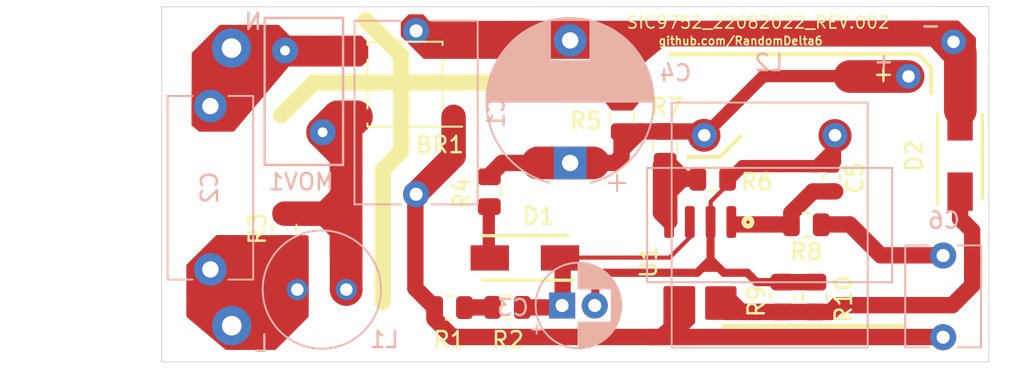
<source format=kicad_pcb>
(kicad_pcb (version 20221018) (generator pcbnew)
  (layers (0 "F.Cu" signal) (31 "B.Cu" signal) (34 "B.Paste" user) (35 "F.Paste" user) (36 "B.SilkS" user "B.Silkscreen") (37 "F.SilkS" user "F.Silkscreen") (38 "B.Mask" user) (39 "F.Mask" user) (44 "Edge.Cuts" user))
  (net 0 "")
  (net 1 "Net-(BR1-Pad4)")
  (net 2 "Net-(BR1-Pad3)")
  (net 3 "+ve_Rail")
  (net 4 "Net-(D1-K)")
  (net 5 "Net-(U1-GND)")
  (net 6 "Net-(U1-COMP)")
  (net 7 "Net-(D1-A)")
  (net 8 "Net-(C2-Pad1)")
  (net 9 "Net-(D2-K)")
  (net 10 "Net-(C6-Pad1)")
  (net 11 "Net-(R1-Pad2)")
  (net 12 "GNDS")
  (net 13 "+ve_output")
  (net 14 "Net-(U1-FB)")
  (footprint "Diode_SMD:Diode_Bridge_Diotec_ABS" (layer "F.Cu") (at 67.7672 55.5498 180)
    (fp_text reference "BR1" (at -2.1336 -3.7084) (layer "F.SilkS"))
    (fp_text value "D_Bridge_+-AA")
    (pad "1" smd rect (at -2.975 -2 180) (size 1 0.7) (layers "F.Cu" "F.Paste" "F.Mask") (net 3 "+ve_Rail"))
    (pad "2" smd rect (at -2.975 2 180) (size 1 0.7) (layers "F.Cu" "F.Paste" "F.Mask") (net 12 "GNDS"))
    (pad "3" smd rect (at 2.975 2 180) (size 1 0.7) (layers "F.Cu" "F.Paste" "F.Mask") (net 2 "Net-(BR1-Pad3)"))
    (pad "4" smd rect (at 2.975 -2 180) (size 1 0.7) (layers "F.Cu" "F.Paste" "F.Mask") (net 1 "Net-(BR1-Pad4)"))
  )
  (footprint "Resistor_SMD:R_0805_2012Metric" (layer "F.Cu") (at 60.3885 64.389 90)
    (fp_text reference "R3" (at 0 -1.65 90) (layer "F.SilkS"))
    (fp_text value "47K")
    (pad "1" smd roundrect (at -0.9125 0 90) (size 1.025 1.4) (layers "F.Cu" "F.Paste" "F.Mask") (roundrect_rratio 0.243902) (net 8 "Net-(C2-Pad1)"))
    (pad "2" smd roundrect (at 0.9125 0 90) (size 1.025 1.4) (layers "F.Cu" "F.Paste" "F.Mask") (roundrect_rratio 0.243902) (net 1 "Net-(BR1-Pad4)"))
  )
  (footprint "Capacitor_SMD:C_0603_1608Metric" (layer "F.Cu") (at 93.88348 61.2902 -90)
    (fp_text reference "C5" (at 0 -1.43 90) (layer "F.SilkS"))
    (fp_text value "220nF 50V")
    (pad "1" smd roundrect (at -0.775 0 270) (size 0.9 0.95) (layers "F.Cu" "F.Paste" "F.Mask") (net 5 "Net-(U1-GND)"))
    (pad "2" smd roundrect (at 0.775 0 270) (size 0.9 0.95) (layers "F.Cu" "F.Paste" "F.Mask") (net 6 "Net-(U1-COMP)"))
  )
  (footprint "9W LED driver:DIOM5227X250N" (layer "F.Cu") (at 75.1078 66.18732 180)
    (fp_text reference "D1" (at -0.8382 2.56032) (layer "F.SilkS"))
    (fp_text value "D ES1J" hide)
    (pad "1" smd rect (at -2.15 0 270) (size 1.55 2.35) (layers "F.Cu" "F.Paste" "F.Mask") (net 4 "Net-(D1-K)"))
    (pad "2" smd rect (at 2.15 0 270) (size 1.55 2.35) (layers "F.Cu" "F.Paste" "F.Mask") (net 7 "Net-(D1-A)"))
  )
  (footprint "9W LED driver:DIOM5227X250N" (layer "F.Cu") (at 101.74986 59.97586 90)
    (fp_text reference "D2" (at 0.03186 -2.81686 90) (layer "F.SilkS"))
    (fp_text value "D ES1J" hide)
    (pad "1" smd rect (at -2.15 0 180) (size 1.55 2.35) (layers "F.Cu" "F.Paste" "F.Mask") (net 9 "Net-(D2-K)"))
    (pad "2" smd rect (at 2.15 0 180) (size 1.55 2.35) (layers "F.Cu" "F.Paste" "F.Mask") (net 12 "GNDS"))
  )
  (footprint "9W LED driver:Pad" (layer "F.Cu") (at 98.59264 55.07228)
    (fp_text reference "+" (at -1.53416 -0.16764) (layer "F.SilkS"))
    (fp_text value "+ve Output")
    (pad "1" thru_hole circle (at 0 0) (size 1.524 1.524) (drill 0.762) (layers "*.Cu" "F.Paste" "F.Mask") (net 13 "+ve_output"))
  )
  (footprint "9W LED driver:Pad" (layer "F.Cu") (at 101.346 52.959)
    (fp_text reference "-" (at -1.39446 -1.60528) (layer "F.SilkS") (effects (justify top)))
    (fp_text value "-ve Output")
    (pad "1" thru_hole circle (at 0 0) (size 1.524 1.524) (drill 0.762) (layers "*.Cu" "F.Paste" "F.Mask") (net 12 "GNDS"))
  )
  (footprint "Resistor_SMD:R_0805_2012Metric" (layer "F.Cu") (at 70.4958 69.2277)
    (fp_text reference "R1" (at -0.0108 1.97866) (layer "F.SilkS"))
    (fp_text value "330K")
    (pad "1" smd roundrect (at -0.9125 0) (size 1.025 1.4) (layers "F.Cu" "F.Paste" "F.Mask") (roundrect_rratio 0.243902) (net 3 "+ve_Rail"))
    (pad "2" smd roundrect (at 0.9125 0) (size 1.025 1.4) (layers "F.Cu" "F.Paste" "F.Mask") (roundrect_rratio 0.243902) (net 11 "Net-(R1-Pad2)"))
  )
  (footprint "Resistor_SMD:R_0805_2012Metric" (layer "F.Cu") (at 74.041 69.215)
    (fp_text reference "R2" (at 0.03556 1.99644) (layer "F.SilkS"))
    (fp_text value "330K")
    (pad "1" smd roundrect (at -0.9125 0) (size 1.025 1.4) (layers "F.Cu" "F.Paste" "F.Mask") (roundrect_rratio 0.243902) (net 11 "Net-(R1-Pad2)"))
    (pad "2" smd roundrect (at 0.9125 0) (size 1.025 1.4) (layers "F.Cu" "F.Paste" "F.Mask") (roundrect_rratio 0.243902) (net 4 "Net-(D1-K)"))
  )
  (footprint "Resistor_SMD:R_0805_2012Metric" (layer "F.Cu") (at 72.92848 62.13158 -90)
    (fp_text reference "R4" (at 0.09842 1.68148 90) (layer "F.SilkS"))
    (fp_text value "24K")
    (pad "1" smd roundrect (at -0.9125 0 270) (size 1.025 1.4) (layers "F.Cu" "F.Paste" "F.Mask") (roundrect_rratio 0.243902) (net 13 "+ve_output"))
    (pad "2" smd roundrect (at 0.9125 0 270) (size 1.025 1.4) (layers "F.Cu" "F.Paste" "F.Mask") (roundrect_rratio 0.243902) (net 7 "Net-(D1-A)"))
  )
  (footprint "Resistor_SMD:R_0805_2012Metric" (layer "F.Cu") (at 81.07172 57.54434 90)
    (fp_text reference "R5" (at -0.26606 -2.2352 180) (layer "F.SilkS"))
    (fp_text value "150K")
    (pad "1" smd roundrect (at -0.9125 0 90) (size 1.025 1.4) (layers "F.Cu" "F.Paste" "F.Mask") (roundrect_rratio 0.243902) (net 13 "+ve_output"))
    (pad "2" smd roundrect (at 0.9125 0 90) (size 1.025 1.4) (layers "F.Cu" "F.Paste" "F.Mask") (roundrect_rratio 0.243902) (net 12 "GNDS"))
  )
  (footprint "Resistor_SMD:R_0805_2012Metric" (layer "F.Cu") (at 86.60574 61.37148)
    (fp_text reference "R6" (at 2.70066 0.16256) (layer "F.SilkS"))
    (fp_text value "150K")
    (pad "1" smd roundrect (at -0.9125 0) (size 1.025 1.4) (layers "F.Cu" "F.Paste" "F.Mask") (roundrect_rratio 0.243902) (net 14 "Net-(U1-FB)"))
    (pad "2" smd roundrect (at 0.9125 0) (size 1.025 1.4) (layers "F.Cu" "F.Paste" "F.Mask") (roundrect_rratio 0.243902) (net 5 "Net-(U1-GND)"))
  )
  (footprint "Resistor_SMD:R_0805_2012Metric" (layer "F.Cu") (at 83.69554 59.35536 90)
    (fp_text reference "R7" (at 2.43396 0.0889 180) (layer "F.SilkS"))
    (fp_text value "210")
    (pad "1" smd roundrect (at -0.9125 0 90) (size 1.025 1.4) (layers "F.Cu" "F.Paste" "F.Mask") (roundrect_rratio 0.243902) (net 14 "Net-(U1-FB)"))
    (pad "2" smd roundrect (at 0.9125 0 90) (size 1.025 1.4) (layers "F.Cu" "F.Paste" "F.Mask") (roundrect_rratio 0.243902) (net 13 "+ve_output"))
  )
  (footprint "Resistor_SMD:R_0805_2012Metric" (layer "F.Cu") (at 92.33726 64.15532 180)
    (fp_text reference "R8" (at 0 -1.65) (layer "F.SilkS"))
    (fp_text value "")
    (pad "1" smd roundrect (at -0.9125 0 180) (size 1.025 1.4) (layers "F.Cu" "F.Paste" "F.Mask") (roundrect_rratio 0.243902) (net 10 "Net-(C6-Pad1)"))
    (pad "2" smd roundrect (at 0.9125 0 180) (size 1.025 1.4) (layers "F.Cu" "F.Paste" "F.Mask") (roundrect_rratio 0.243902) (net 6 "Net-(U1-COMP)"))
  )
  (footprint "Resistor_SMD:R_0805_2012Metric" (layer "F.Cu") (at 90.8812 68.5781 90)
    (fp_text reference "R9" (at -0.2559 -1.6002 270) (layer "F.SilkS"))
    (fp_text value "3.3")
    (pad "1" smd roundrect (at -0.9125 0 90) (size 1.025 1.4) (layers "F.Cu" "F.Paste" "F.Mask") (roundrect_rratio 0.243902) (net 9 "Net-(D2-K)"))
    (pad "2" smd roundrect (at 0.9125 0 90) (size 1.025 1.4) (layers "F.Cu" "F.Paste" "F.Mask") (roundrect_rratio 0.243902) (net 5 "Net-(U1-GND)"))
  )
  (footprint "Resistor_SMD:R_0805_2012Metric" (layer "F.Cu") (at 92.8624 68.58 90)
    (fp_text reference "R10" (at -0.127 1.7526 270) (layer "F.SilkS"))
    (fp_text value "3.3")
    (pad "1" smd roundrect (at -0.9125 0 90) (size 1.025 1.4) (layers "F.Cu" "F.Paste" "F.Mask") (roundrect_rratio 0.243902) (net 9 "Net-(D2-K)"))
    (pad "2" smd roundrect (at 0.9125 0 90) (size 1.025 1.4) (layers "F.Cu" "F.Paste" "F.Mask") (roundrect_rratio 0.243902) (net 5 "Net-(U1-GND)"))
  )
  (footprint "Package_SO:SOIC-8_3.9x4.9mm_P1.27mm" (layer "F.Cu") (at 85.8393 66.4606 -90)
    (fp_text reference "U1" (at -0.0396 3.1623 90) (layer "F.SilkS"))
    (fp_text value "Sic9752")
    (pad "1" smd roundrect (at -2.475 -1.905 270) (size 1.95 0.6) (layers "F.Cu" "F.Paste" "F.Mask") (net 6 "Net-(U1-COMP)"))
    (pad "2" smd roundrect (at -2.475 -0.635 270) (size 1.95 0.6) (layers "F.Cu" "F.Paste" "F.Mask") (net 5 "Net-(U1-GND)"))
    (pad "3" smd roundrect (at -2.475 0.635 270) (size 1.95 0.6) (layers "F.Cu" "F.Paste" "F.Mask") (net 4 "Net-(D1-K)"))
    (pad "4" smd roundrect (at -2.475 1.905 270) (size 1.95 0.6) (layers "F.Cu" "F.Paste" "F.Mask") (net 14 "Net-(U1-FB)"))
    (pad "5" smd roundrect (at 2.475 1.905 270) (size 1.95 0.6) (layers "F.Cu" "F.Paste" "F.Mask") (net 3 "+ve_Rail"))
    (pad "6" smd roundrect (at 2.475 0.635 270) (size 1.95 0.6) (layers "F.Cu" "F.Paste" "F.Mask") (net 3 "+ve_Rail"))
    (pad "7" smd roundrect (at 2.475 -0.635 270) (size 1.95 0.6) (layers "F.Cu" "F.Paste" "F.Mask") (net 9 "Net-(D2-K)"))
    (pad "8" smd roundrect (at 2.475 -1.905 270) (size 1.95 0.6) (layers "F.Cu" "F.Paste" "F.Mask") (net 9 "Net-(D2-K)"))
  )
  (footprint "Capacitor_THT:C_Disc_D11.0mm_W5.0mm_P10.00mm" (layer "B.Cu") (at 55.8546 66.8909 90)
    (fp_text reference "C2" (at 5.0165 -0.0508 270) (layer "B.SilkS") (effects (justify mirror)))
    (fp_text value "0.01uF 400V")
    (pad "1" thru_hole circle (at 0 0 90) (size 2 2) (drill 1) (layers "*.Cu" "F.Paste" "F.Mask") (net 8 "Net-(C2-Pad1)"))
    (pad "2" thru_hole circle (at 10 0 90) (size 2 2) (drill 1) (layers "*.Cu" "F.Paste" "F.Mask") (net 2 "Net-(BR1-Pad3)"))
  )
  (footprint "Resistor_THT:R_Axial_DIN0411_L9.9mm_D3.6mm_P12.70mm_Horizontal" (layer "B.Cu") (at 57.15 53.34 180)
    (fp_text reference "F2")
    (fp_text value "56.00 ± 5%")
    (pad "1" thru_hole circle (at 0 0 180) (size 2.4 2.4) (drill 1.2) (layers "*.Cu" "F.Paste" "F.Mask") (net 2 "Net-(BR1-Pad3)"))
  )
  (footprint "Resistor_THT:R_Axial_DIN0411_L9.9mm_D3.6mm_P12.70mm_Horizontal" (layer "B.Cu") (at 57.1627 70.3326 180)
    (fp_text reference "F1")
    (fp_text value "56.00 ± 5%")
    (pad "1" thru_hole circle (at 0 0 180) (size 2.4 2.4) (drill 1.2) (layers "*.Cu" "F.Paste" "F.Mask") (net 8 "Net-(C2-Pad1)"))
  )
  (footprint "Inductor_THT:L_Radial_D7.0mm_P3.00mm" (layer "B.Cu") (at 61.1759 68.1228)
    (fp_text reference "L1" (at 5.3213 3.0607) (layer "B.SilkS") (effects (justify mirror)))
    (fp_text value "7mH")
    (pad "1" thru_hole circle (at 0 0) (size 1.3 1.3) (drill 0.762) (layers "*.Cu" "B.Adhes" "F.Paste" "F.Mask") (net 8 "Net-(C2-Pad1)"))
    (pad "2" thru_hole circle (at 3 0) (size 1.3 1.3) (drill 0.762) (layers "*.Cu" "F.Paste" "F.Mask") (net 1 "Net-(BR1-Pad4)"))
  )
  (footprint "Varistor:RV_Disc_D9mm_W4.8mm_P5mm" (layer "B.Cu") (at 60.4266 53.4924 -90)
    (fp_text reference "MOV1" (at 8.0391 -0.9779) (layer "B.SilkS") (effects (justify mirror)))
    (fp_text value "320V 100pF")
    (pad "1" thru_hole circle (at 0 0 270) (size 1.6 1.6) (drill 0.6) (layers "*.Cu" "F.Paste" "F.Mask") (net 2 "Net-(BR1-Pad3)"))
    (pad "2" thru_hole circle (at 5 -2.3 270) (size 1.6 1.6) (drill 0.6) (layers "*.Cu" "F.Paste" "F.Mask") (net 1 "Net-(BR1-Pad4)"))
  )
  (footprint "Capacitor_THT:C_Rect_L11.0mm_W7.3mm_P10.00mm_MKT" (layer "B.Cu") (at 68.44792 62.28842 90)
    (fp_text reference "C1" (at 5 4.9 90) (layer "B.SilkS") (effects (justify mirror)))
    (fp_text value "3.3uF 400V")
    (pad "1" thru_hole circle (at 0 0 90) (size 1.6 1.6) (drill 0.8) (layers "*.Cu" "F.Paste" "F.Mask") (net 3 "+ve_Rail"))
    (pad "2" thru_hole circle (at 10 0 90) (size 1.6 1.6) (drill 0.8) (layers "*.Cu" "F.Paste" "F.Mask") (net 12 "GNDS"))
  )
  (footprint "Capacitor_THT:CP_Radial_D5.0mm_P2.00mm" (layer "B.Cu") (at 77.38516 69.09816)
    (fp_text reference "C3" (at -3.01142 0.13208) (layer "B.SilkS") (effects (justify mirror)))
    (fp_text value "4.7uF 50V")
    (pad "1" thru_hole rect (at 0 0) (size 1.6 1.6) (drill 0.8) (layers "*.Cu" "F.Paste" "F.Mask") (net 4 "Net-(D1-K)"))
    (pad "2" thru_hole circle (at 2 0) (size 1.6 1.6) (drill 0.8) (layers "*.Cu" "F.Paste" "F.Mask") (net 5 "Net-(U1-GND)"))
  )
  (footprint "Capacitor_THT:CP_Radial_D10.0mm_P7.50mm" (layer "B.Cu") (at 77.87894 60.37072 90)
    (fp_text reference "C4" (at 5.50672 6.44906 180) (layer "B.SilkS") (effects (justify mirror)))
    (fp_text value "82uF 80V")
    (pad "1" thru_hole rect (at 0 0 90) (size 2 2) (drill 1) (layers "*.Cu" "F.Paste" "F.Mask") (net 13 "+ve_output"))
    (pad "2" thru_hole circle (at 7.5 0 90) (size 2 2) (drill 1) (layers "*.Cu" "F.Paste" "F.Mask") (net 12 "GNDS"))
  )
  (footprint "Capacitor_THT:C_Disc_D6.0mm_W4.4mm_P5.00mm" (layer "B.Cu") (at 100.711 66.04 -90)
    (fp_text reference "C6" (at -2.159 -0.06096) (layer "B.SilkS") (effects (justify mirror)))
    (fp_text value "~")
    (pad "1" thru_hole circle (at 0 0 270) (size 1.6 1.6) (drill 0.8) (layers "*.Cu" "F.Paste" "F.Mask") (net 10 "Net-(C6-Pad1)"))
    (pad "2" thru_hole circle (at 5 0 270) (size 1.6 1.6) (drill 0.8) (layers "*.Cu" "F.Paste" "F.Mask") (net 3 "+ve_Rail"))
  )
  (footprint "9W LED driver:Inductor_Transformer" (layer "B.Cu") (at 90.0933 64.174)
    (fp_text reference "L2" (at -0.0503 -9.945) (layer "B.SilkS") (effects (justify mirror)))
    (fp_text value "2.1mH")
    (pad "1" thru_hole circle (at -4 -5.5) (size 1.524 1.524) (drill 0.762) (layers "*.Cu" "F.Paste" "F.Mask") (net 13 "+ve_output"))
    (pad "2" thru_hole circle (at 4 -5.5) (size 1.524 1.524) (drill 0.762) (layers "*.Cu" "F.Paste" "F.Mask") (net 5 "Net-(U1-GND)"))
  )
  (gr_line (start 66.4083 60.8457) (end 66.4083 68.8848) (stroke (width 1)) (layer "F.SilkS"))
  (gr_line (start 99.9871 54.5465) (end 99.9871 56.1213) (stroke (width 0.25)) (layer "F.SilkS"))
  (gr_line (start 85.0646 60.0075) (end 87.0458 60.0075) (stroke (width 0.25)) (layer "F.SilkS"))
  (gr_line (start 87.249 70.358) (end 98.2726 70.358) (stroke (width 0.25)) (layer "F.SilkS"))
  (gr_line (start 87.0585 60.0075) (end 88.3285 58.7375) (stroke (width 0.25)) (layer "F.SilkS"))
  (gr_line (start 62.1919 55.4482) (end 60.1853 57.4548) (stroke (width 1)) (layer "F.SilkS"))
  (gr_line (start 72.8218 55.4482) (end 62.1919 55.4482) (stroke (width 1)) (layer "F.SilkS"))
  (gr_line (start 67.5259 53.7972) (end 65.3669 51.6382) (stroke (width 1)) (layer "F.SilkS"))
  (gr_line (start 99.1616 53.721) (end 99.9871 54.5465) (stroke (width 0.25)) (layer "F.SilkS"))
  (gr_line (start 67.5259 59.6773) (end 66.4083 60.7949) (stroke (width 1)) (layer "F.SilkS"))
  (gr_line (start 84.0359 53.721) (end 99.1616 53.721) (stroke (width 0.25)) (layer "F.SilkS"))
  (gr_line (start 67.5386 59.6392) (end 67.5386 53.8226) (stroke (width 1)) (layer "F.SilkS"))
  (gr_line (start 103.505 72.5551) (end 103.505 50.8) (stroke (width 0.05)) (layer "Edge.Cuts"))
  (gr_line (start 52.8701 50.8127) (end 103.505 50.8) (stroke (width 0.05)) (layer "Edge.Cuts"))
  (gr_line (start 52.8701 72.5551) (end 52.8701 50.8127) (stroke (width 0.05)) (layer "Edge.Cuts"))
  (gr_line (start 103.505 72.5551) (end 52.8701 72.5551) (stroke (width 0.05)) (layer "Edge.Cuts"))
  (gr_text "+" (at 97.0788 54.1401) (layer "B.SilkS") (effects (font (size 1 1))))
  (gr_text "-" (at 99.949 51.943) (layer "B.SilkS") (effects (font (size 1 1))))
  (gr_text "L" (at 58.9915 71.4121) (layer "B.SilkS") (effects (font (size 1 1)) (justify mirror)))
  (gr_text "N" (at 58.4708 51.6255 180) (layer "B.SilkS") (effects (font (size 1 1)) (justify mirror)))
  (gr_text "github.com/RandomDelta6" (at 88.3158 52.8955) (layer "F.SilkS") (effects (font (size 0.5 0.5) (thickness 0.1))))
  (gr_text "SIC9752_22082022_REV.002" (at 89.3826 51.7652) (layer "F.SilkS") (effects (font (size 0.75 0.75) (thickness 0.1))))
  (segment (start 64.1632 61.008) (end 64.1632 58.1788) (width 2) (layer "F.Cu") (net 1))
  (segment (start 64.1632 66.0174) (end 64.1632 68.1101) (width 2) (layer "F.Cu") (net 1))
  (segment (start 64.7922 57.5498) (end 63.6692 57.5498) (width 2) (layer "F.Cu") (net 1))
  (segment (start 64.1632 59.929) (end 64.1632 61.008) (width 2) (layer "F.Cu") (net 1))
  (segment (start 62.8852 63.4765) (end 62.9393 63.4765) (width 1.5) (layer "F.Cu") (net 1))
  (segment (start 60.3885 63.4765) (end 62.8852 63.4765) (width 1.5) (layer "F.Cu") (net 1))
  (segment (start 64.1632 68.1101) (end 64.1759 68.1228) (width 2) (layer "F.Cu") (net 1))
  (segment (start 64.6586 57.6834) (end 64.7922 57.5498) (width 0.25) (layer "F.Cu") (net 1))
  (segment (start 64.1632 66.0174) (end 64.1632 62.2526) (width 2) (layer "F.Cu") (net 1))
  (segment (start 64.1632 62.2526) (end 64.1632 61.008) (width 2) (layer "F.Cu") (net 1))
  (segment (start 64.1632 58.1788) (end 64.7922 57.5498) (width 2) (layer "F.Cu") (net 1))
  (segment (start 62.8852 63.4765) (end 64.1632 64.7545) (width 1.5) (layer "F.Cu") (net 1))
  (segment (start 63.6692 57.5498) (end 62.7266 58.4924) (width 2) (layer "F.Cu") (net 1))
  (segment (start 62.7266 58.4924) (end 64.1632 59.929) (width 2) (layer "F.Cu") (net 1))
  (segment (start 62.9285 63.4238) (end 64.1524 62.1999) (width 1.5) (layer "F.Cu") (net 1))
  (segment (start 64.1632 64.7545) (end 64.1632 66.0174) (width 2) (layer "F.Cu") (net 1))
  (segment (start 59.6722 53.5178) (end 57.15 56.04) (width 0.25) (layer "F.Cu") (net 2))
  (segment (start 62.3824 53.34) (end 62.5602 53.5178) (width 0.25) (layer "F.Cu") (net 2))
  (segment (start 64.7602 53.5178) (end 64.7922 53.5498) (width 0.25) (layer "F.Cu") (net 2))
  (segment (start 62.5602 53.5178) (end 59.6722 53.5178) (width 0.25) (layer "F.Cu") (net 2))
  (segment (start 57.15 56.04) (end 55.88 57.31) (width 0.25) (layer "F.Cu") (net 2))
  (segment (start 57.15 53.34) (end 57.15 56.04) (width 0.25) (layer "F.Cu") (net 2))
  (segment (start 62.5602 53.5178) (end 64.7602 53.5178) (width 0.25) (layer "F.Cu") (net 2))
  (segment (start 82.8332 71.0273) (end 70.6829 71.0273) (width 1) (layer "F.Cu") (net 3))
  (segment (start 70.7422 59.9586) (end 68.4022 62.2986) (width 1.5) (layer "F.Cu") (net 3))
  (segment (start 70.7422 57.5498) (end 70.7422 59.9586) (width 1.5) (layer "F.Cu") (net 3))
  (segment (start 70.6829 71.0273) (end 69.5706 69.915) (width 1) (layer "F.Cu") (net 3))
  (segment (start 68.4022 62.2986) (end 68.4022 68.0466) (width 1) (layer "F.Cu") (net 3))
  (segment (start 82.8332 71.0273) (end 83.7857 71.0273) (width 1) (layer "F.Cu") (net 3))
  (segment (start 68.4022 68.0466) (end 69.5706 69.215) (width 1) (layer "F.Cu") (net 3))
  (segment (start 69.5706 69.215) (end 69.5706 69.915) (width 1) (layer "F.Cu") (net 3))
  (segment (start 100.8126 71.0273) (end 82.8332 71.0273) (width 1) (layer "F.Cu") (net 3))
  (segment (start 100.7999 71.04) (end 100.8126 71.0273) (width 1) (layer "F.Cu") (net 3))
  (segment (start 77.4192 66.2432) (end 77.343 66.167) (width 1) (layer "F.Cu") (net 4))
  (segment (start 85.217 64.921) (end 85.217 63.946) (width 0.25) (layer "F.Cu") (net 4))
  (segment (start 74.93 69.215) (end 77.3087 69.215) (width 1) (layer "F.Cu") (net 4))
  (segment (start 77.343 66.167) (end 83.971 66.167) (width 0.25) (layer "F.Cu") (net 4))
  (segment (start 77.4065 69.215) (end 77.4192 69.2023) (width 1) (layer "F.Cu") (net 4))
  (segment (start 83.971 66.167) (end 85.217 64.921) (width 0.25) (layer "F.Cu") (net 4))
  (segment (start 77.4192 69.2023) (end 77.4192 66.2432) (width 1) (layer "F.Cu") (net 4))
  (segment (start 87.6535 61.341) (end 87.6535 61.5715) (width 0.25) (layer "F.Cu") (net 5))
  (segment (start 94.0933 58.674) (end 94.0933 59.4243) (width 0.75) (layer "F.Cu") (net 5))
  (segment (start 86.487 62.738) (end 86.487 63.946) (width 0.25) (layer "F.Cu") (net 5))
  (segment (start 79.4192 67.4055) (end 79.4192 69.06412) (width 0.5) (layer "F.Cu") (net 5))
  (segment (start 94.0933 58.674) (end 94.0933 60.30538) (width 0.75) (layer "F.Cu") (net 5))
  (segment (start 86.9823 66.7893) (end 87.122 66.929) (width 0.5) (layer "F.Cu") (net 5))
  (segment (start 92.583 67.6675) (end 90.551 67.6675) (width 1) (layer "F.Cu") (net 5))
  (segment (start 92.66144 60.566) (end 93.1802 60.566) (width 0.75) (layer "F.Cu") (net 5))
  (segment (start 92.66144 60.566) (end 93.83268 60.566) (width 0.75) (layer "F.Cu") (net 5))
  (segment (start 94.0933 60.30538) (end 93.88348 60.5152) (width 0.75) (layer "F.Cu") (net 5))
  (segment (start 85.9663 66.7893) (end 86.9823 66.7893) (width 0.5) (layer "F.Cu") (net 5))
  (segment (start 85.9663 66.7893) (end 86.4743 66.2813) (width 0.5) (layer "F.Cu") (net 5))
  (segment (start 87.6535 61.5715) (end 86.487 62.738) (width 0.25) (layer "F.Cu") (net 5))
  (segment (start 94.0811 58.6858) (end 94.107 58.7117) (width 2) (layer "F.Cu") (net 5))
  (segment (start 90.805 67.4135) (end 90.551 67.6675) (width 0.25) (layer "F.Cu") (net 5))
  (segment (start 93.83268 60.566) (end 94.0933 60.30538) (width 0.75) (layer "F.Cu") (net 5))
  (segment (start 87.2871 67.0941) (end 88.7222 67.0941) (width 0.5) (layer "F.Cu") (net 5))
  (segment (start 94.0933 59.4243) (end 92.9516 60.566) (width 0.75) (layer "F.Cu") (net 5))
  (segment (start 86.4743 63.9856) (end 86.4743 66.2813) (width 0.5) (layer "F.Cu") (net 5))
  (segment (start 92.9516 60.566) (end 92.66144 60.566) (width 0.75) (layer "F.Cu") (net 5))
  (segment (start 79.4192 69.06412) (end 79.38516 69.09816) (width 0.5) (layer "F.Cu") (net 5))
  (segment (start 85.9663 66.7893) (end 85.6615 67.0941) (width 0.5) (layer "F.Cu") (net 5))
  (segment (start 89.2956 67.6675) (end 88.7222 67.0941) (width 0.5) (layer "F.Cu") (net 5))
  (segment (start 88.4285 60.566) (end 92.66144 60.566) (width 0.75) (layer "F.Cu") (net 5))
  (segment (start 87.6535 61.341) (end 88.4285 60.566) (width 0.75) (layer "F.Cu") (net 5))
  (segment (start 85.6615 67.0941) (end 79.7306 67.0941) (width 0.5) (layer "F.Cu") (net 5))
  (segment (start 87.122 66.929) (end 87.2871 67.0941) (width 0.5) (layer "F.Cu") (net 5))
  (segment (start 90.551 67.6675) (end 89.2956 67.6675) (width 0.5) (layer "F.Cu") (net 5))
  (segment (start 79.7306 67.0941) (end 79.4192 67.4055) (width 0.5) (layer "F.Cu") (net 5))
  (segment (start 86.4743 66.2813) (end 87.122 66.929) (width 0.5) (layer "F.Cu") (net 5))
  (segment (start 91.4165 63.435) (end 91.4165 64.135) (width 1) (layer "F.Cu") (net 6))
  (segment (start 94.107 62.116) (end 92.7355 62.116) (width 1) (layer "F.Cu") (net 6))
  (segment (start 87.946 64.135) (end 87.757 63.946) (width 0.25) (layer "F.Cu") (net 6))
  (segment (start 92.7355 62.116) (end 91.4165 63.435) (width 1) (layer "F.Cu") (net 6))
  (segment (start 91.4165 64.135) (end 88.1253 64.135) (width 1) (layer "F.Cu") (net 6))
  (segment (start 72.898 63.0155) (end 72.898 66.022) (width 0.75) (layer "F.Cu") (net 7))
  (segment (start 72.898 66.022) (end 73.043 66.167) (width 0.75) (layer "F.Cu") (net 7))
  (segment (start 56.515 67.31) (end 57.15 67.945) (width 0.25) (layer "F.Cu") (net 8))
  (segment (start 55.88 67.31) (end 56.515 67.31) (width 0.25) (layer "F.Cu") (net 8))
  (segment (start 102.489 67.8688) (end 102.489 64.516) (width 1) (layer "F.Cu") (net 9))
  (segment (start 101.74986 63.77686) (end 101.74986 62.12586) (width 1) (layer "F.Cu") (net 9))
  (segment (start 102.489 64.516) (end 101.74986 63.77686) (width 1) (layer "F.Cu") (net 9))
  (segment (start 89.4861 69.4925) (end 88.3535 69.4925) (width 1) (layer "F.Cu") (net 9))
  (segment (start 101.7651 61.459) (end 101.7651 63.2079) (width 1) (layer "F.Cu") (net 9))
  (segment (start 93.8295 69.4925) (end 94.243 69.079) (width 1) (layer "F.Cu") (net 9))
  (segment (start 89.4861 69.4925) (end 87.377684 69.4925) (width 1) (layer "F.Cu") (net 9))
  (segment (start 101.2788 69.079) (end 102.489 67.8688) (width 1) (layer "F.Cu") (net 9))
  (segment (start 94.243 69.079) (end 101.2788 69.079) (width 1) (layer "F.Cu") (net 9))
  (segment (start 88.3535 69.4925) (end 87.757 68.896) (width 1) (layer "F.Cu") (net 9))
  (segment (start 89.4861 69.4925) (end 93.8295 69.4925) (width 1) (layer "F.Cu") (net 9))
  (segment (start 93.2415 64.135) (end 94.996 64.135) (width 1) (layer "F.Cu") (net 10))
  (segment (start 96.8883 66.0273) (end 94.996 64.135) (width 1) (layer "F.Cu") (net 10))
  (segment (start 100.8126 66.0273) (end 96.8883 66.0273) (width 1) (layer "F.Cu") (net 10))
  (segment (start 73.01279 69.215) (end 71.501 69.215) (width 1) (layer "F.Cu") (net 11))
  (segment (start 78.3148 53.5498) (end 78.359 53.594) (width 0.25) (layer "F.Cu") (net 12))
  (segment (start 101.7651 53.6448) (end 101.7651 57.159) (width 2) (layer "F.Cu") (net 12))
  (segment (start 73.7184 60.3701) (end 72.898 61.1905) (width 1) (layer "F.Cu") (net 13))
  (segment (start 82.2725 58.4435) (end 85.8388 58.4435) (width 1) (layer "F.Cu") (net 13))
  (segment (start 77.851 60.3701) (end 75.9009 60.3701) (width 2) (layer "F.Cu") (net 13))
  (segment (start 81.026 59.9567) (end 80.6126 60.3701) (width 1) (layer "F.Cu") (net 13))
  (segment (start 81.026 59.563) (end 81.026 59.9567) (width 1) (layer "F.Cu") (net 13))
  (segment (start 89.7124 55.0545) (end 94.9833 55.0545) (width 0.75) (layer "F.Cu") (net 13))
  (segment (start 94.9833 55.0545) (end 95.0087 55.0799) (width 0.75) (layer "F.Cu") (net 13))
  (segment (start 86.0811 58.6858) (end 86.0693 58.674) (width 2) (layer "F.Cu") (net 13))
  (segment (start 81.026 58.4435) (end 82.2725 58.4435) (width 1) (layer "F.Cu") (net 13))
  (segment (start 81.026 58.4435) (end 81.026 59.563) (width 1) (layer "F.Cu") (net 13))
  (segment (start 80.6126 60.3701) (end 79.3045 60.3701) (width 1) (layer "F.Cu") (net 13))
  (segment (start 98.5647 55.0799) (end 95.0087 55.0799) (width 2) (layer "F.Cu") (net 13))
  (segment (start 82.1455 58.4435) (end 81.026 59.563) (width 1) (layer "F.Cu") (net 13))
  (segment (start 82.2725 58.4435) (end 82.1455 58.4435) (width 1) (layer "F.Cu") (net 13))
  (segment (start 85.8388 58.4435) (end 86.0811 58.6858) (width 1) (layer "F.Cu") (net 13))
  (segment (start 75.9009 60.3701) (end 73.7184 60.3701) (width 1) (layer "F.Cu") (net 13))
  (segment (start 89.7124 55.0545) (end 86.0811 58.6858) (width 0.75) (layer "F.Cu") (net 13))
  (segment (start 77.851 60.3701) (end 79.3045 60.3701) (width 2) (layer "F.Cu") (net 13))
  (segment (start 83.7946 60.2869) (end 84.6366 61.1289) (width 1) (layer "F.Cu") (net 14))
  (segment (start 83.439 63.438) (end 83.947 63.946) (width 1) (layer "F.Cu") (net 14))
  (segment (start 83.439 61.341) (end 83.947 61.849) (width 0.25) (layer "F.Cu") (net 14))
  (segment (start 83.947 63.946) (end 83.947 62.971) (width 1) (layer "F.Cu") (net 14))
  (segment (start 83.947 61.849) (end 83.947 62.0903) (width 0.25) (layer "F.Cu") (net 14))
  (segment (start 83.439 60.499) (end 83.439 61.341) (width 0.25) (layer "F.Cu") (net 14))
  (segment (start 83.947 62.971) (end 83.947 62.0903) (width 1) (layer "F.Cu") (net 14))
  (segment (start 84.25275 61.341) (end 85.57545 61.341) (width 1) (layer "F.Cu") (net 14))
  (segment (start 84.0359 62.0649) (end 84.5947 61.5061) (width 1) (layer "F.Cu") (net 14))
  (segment (start 83.439 60.499) (end 83.439 63.438) (width 1) (layer "F.Cu") (net 14))
  (segment (start 83.439 60.499) (end 83.6638 60.499) (width 1) (layer "F.Cu") (net 14))
  (zone (net 12) (net_name "GNDS") (layer "F.Cu") (connect_pads yes (clearance 0.508)) (min_thickness 0.254) (fill yes (thermal_gap 0.508) (thermal_bridge_width 0.508) (smoothing fillet))
    (polygon (pts (xy 102.72395 52.71135) (xy 102.7049 54.4449) (xy 101.0539 54.4449) (xy 99.949 53.2511) (xy 83.6295 53.2384) (xy 82.2071 54.4195) (xy 82.2071 56.5531) (xy 81.6991 57.1627) (xy 80.4164 57.1627) (xy 79.9465 56.5531) (xy 79.9719 54.7751) (xy 79.1591 54.0004) (xy 68.906385 54.0004) (xy 67.509385 52.6034) (xy 67.509385 51.7779) (xy 67.9958 51.2699) (xy 68.8848 51.2699) (xy 69.2404 51.6763) (xy 101.6381 51.6509)))
  )
  (zone (net 9) (net_name "Net-(D2-K)") (layer "F.Cu") (connect_pads yes (clearance 0.508)) (min_thickness 0.254) (fill yes (thermal_gap 0.508) (thermal_bridge_width 0.508) (smoothing fillet))
    (polygon (pts (xy 88.0618 69.977) (xy 86.1441 69.977) (xy 86.1441 67.9196) (xy 88.0618 67.9196)))
  )
  (zone (net 3) (net_name "+ve_Rail") (layer "F.Cu") (connect_pads yes (clearance 0.508)) (min_thickness 0.254) (fill yes (thermal_gap 0.508) (thermal_bridge_width 0.508) (smoothing fillet))
    (polygon (pts (xy 85.5345 70.154982) (xy 84.6328 71.0438) (xy 82.64525 71.03745) (xy 83.58886 70.238087) (xy 83.58886 67.91198) (xy 85.5345 67.91198)))
  )
  (zone (net 2) (net_name "Net-(BR1-Pad3)") (layer "F.Cu") (connect_pads yes (clearance 0.508)) (min_thickness 0.254) (fill yes (thermal_gap 0.508) (thermal_bridge_width 0.508) (smoothing fillet))
    (polygon (pts (xy 60.706 52.578) (xy 65.1002 52.578) (xy 65.5193 52.9971) (xy 65.5193 54.102) (xy 65.1002 54.4703) (xy 60.6552 54.4703) (xy 57.2897 58.4581) (xy 55.1688 58.4581) (xy 54.6989 58.0771) (xy 54.6989 57.1627) (xy 54.7116 53.6321) (xy 56.4261 51.9176) (xy 60.0456 51.9176)))
  )
  (zone (net 8) (net_name "Net-(C2-Pad1)") (layer "F.Cu") (connect_pads yes (clearance 0.508)) (min_thickness 0.254) (fill yes (thermal_gap 0.508) (thermal_bridge_width 0.508))
    (polygon (pts (xy 61.8744 64.7954) (xy 61.874428 69.7865) (xy 59.842428 71.8185) (xy 59.334428 71.8185) (xy 56.794428 71.8185) (xy 54.381428 69.7865) (xy 54.381428 66.6115) (xy 56.2229 64.7827)))
  )
)
</source>
